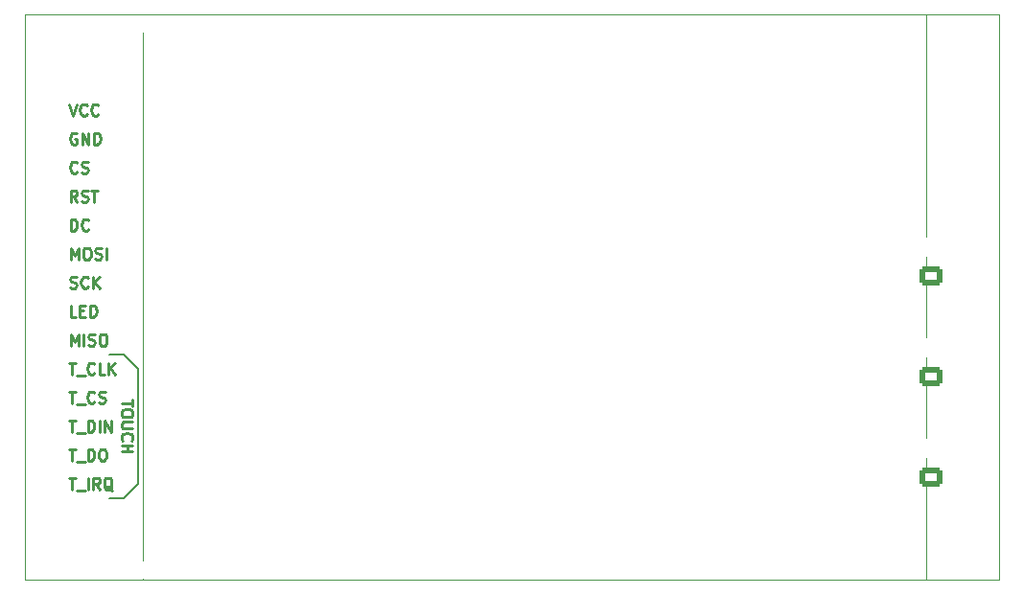
<source format=gbr>
G04 #@! TF.GenerationSoftware,KiCad,Pcbnew,(6.0.7)*
G04 #@! TF.CreationDate,2022-09-24T00:10:23+07:00*
G04 #@! TF.ProjectId,Reflow_Touch_shield_ESP32,5265666c-6f77-45f5-946f-7563685f7368,rev?*
G04 #@! TF.SameCoordinates,Original*
G04 #@! TF.FileFunction,Legend,Top*
G04 #@! TF.FilePolarity,Positive*
%FSLAX46Y46*%
G04 Gerber Fmt 4.6, Leading zero omitted, Abs format (unit mm)*
G04 Created by KiCad (PCBNEW (6.0.7)) date 2022-09-24 00:10:23*
%MOMM*%
%LPD*%
G01*
G04 APERTURE LIST*
G04 Aperture macros list*
%AMRoundRect*
0 Rectangle with rounded corners*
0 $1 Rounding radius*
0 $2 $3 $4 $5 $6 $7 $8 $9 X,Y pos of 4 corners*
0 Add a 4 corners polygon primitive as box body*
4,1,4,$2,$3,$4,$5,$6,$7,$8,$9,$2,$3,0*
0 Add four circle primitives for the rounded corners*
1,1,$1+$1,$2,$3*
1,1,$1+$1,$4,$5*
1,1,$1+$1,$6,$7*
1,1,$1+$1,$8,$9*
0 Add four rect primitives between the rounded corners*
20,1,$1+$1,$2,$3,$4,$5,0*
20,1,$1+$1,$4,$5,$6,$7,0*
20,1,$1+$1,$6,$7,$8,$9,0*
20,1,$1+$1,$8,$9,$2,$3,0*%
G04 Aperture macros list end*
%ADD10C,0.250000*%
%ADD11C,0.200000*%
%ADD12C,0.120000*%
%ADD13RoundRect,0.250000X0.750000X-0.600000X0.750000X0.600000X-0.750000X0.600000X-0.750000X-0.600000X0*%
%ADD14O,2.000000X1.700000*%
%ADD15R,1.600000X1.600000*%
%ADD16O,1.600000X1.600000*%
%ADD17R,2.600000X2.600000*%
%ADD18C,2.600000*%
%ADD19C,3.800000*%
%ADD20C,1.800000*%
G04 APERTURE END LIST*
D10*
X84887738Y-78802380D02*
X85459166Y-78802380D01*
X85173452Y-79802380D02*
X85173452Y-78802380D01*
X85554404Y-79897619D02*
X86316309Y-79897619D01*
X87125833Y-79707142D02*
X87078214Y-79754761D01*
X86935357Y-79802380D01*
X86840119Y-79802380D01*
X86697261Y-79754761D01*
X86602023Y-79659523D01*
X86554404Y-79564285D01*
X86506785Y-79373809D01*
X86506785Y-79230952D01*
X86554404Y-79040476D01*
X86602023Y-78945238D01*
X86697261Y-78850000D01*
X86840119Y-78802380D01*
X86935357Y-78802380D01*
X87078214Y-78850000D01*
X87125833Y-78897619D01*
X88030595Y-79802380D02*
X87554404Y-79802380D01*
X87554404Y-78802380D01*
X88363928Y-79802380D02*
X88363928Y-78802380D01*
X88935357Y-79802380D02*
X88506785Y-79230952D01*
X88935357Y-78802380D02*
X88363928Y-79373809D01*
X84887738Y-81342380D02*
X85459166Y-81342380D01*
X85173452Y-82342380D02*
X85173452Y-81342380D01*
X85554404Y-82437619D02*
X86316309Y-82437619D01*
X87125833Y-82247142D02*
X87078214Y-82294761D01*
X86935357Y-82342380D01*
X86840119Y-82342380D01*
X86697261Y-82294761D01*
X86602023Y-82199523D01*
X86554404Y-82104285D01*
X86506785Y-81913809D01*
X86506785Y-81770952D01*
X86554404Y-81580476D01*
X86602023Y-81485238D01*
X86697261Y-81390000D01*
X86840119Y-81342380D01*
X86935357Y-81342380D01*
X87078214Y-81390000D01*
X87125833Y-81437619D01*
X87506785Y-82294761D02*
X87649642Y-82342380D01*
X87887738Y-82342380D01*
X87982976Y-82294761D01*
X88030595Y-82247142D01*
X88078214Y-82151904D01*
X88078214Y-82056666D01*
X88030595Y-81961428D01*
X87982976Y-81913809D01*
X87887738Y-81866190D01*
X87697261Y-81818571D01*
X87602023Y-81770952D01*
X87554404Y-81723333D01*
X87506785Y-81628095D01*
X87506785Y-81532857D01*
X87554404Y-81437619D01*
X87602023Y-81390000D01*
X87697261Y-81342380D01*
X87935357Y-81342380D01*
X88078214Y-81390000D01*
X85030595Y-77262380D02*
X85030595Y-76262380D01*
X85363928Y-76976666D01*
X85697261Y-76262380D01*
X85697261Y-77262380D01*
X86173452Y-77262380D02*
X86173452Y-76262380D01*
X86602023Y-77214761D02*
X86744880Y-77262380D01*
X86982976Y-77262380D01*
X87078214Y-77214761D01*
X87125833Y-77167142D01*
X87173452Y-77071904D01*
X87173452Y-76976666D01*
X87125833Y-76881428D01*
X87078214Y-76833809D01*
X86982976Y-76786190D01*
X86792500Y-76738571D01*
X86697261Y-76690952D01*
X86649642Y-76643333D01*
X86602023Y-76548095D01*
X86602023Y-76452857D01*
X86649642Y-76357619D01*
X86697261Y-76310000D01*
X86792500Y-76262380D01*
X87030595Y-76262380D01*
X87173452Y-76310000D01*
X87792500Y-76262380D02*
X87982976Y-76262380D01*
X88078214Y-76310000D01*
X88173452Y-76405238D01*
X88221071Y-76595714D01*
X88221071Y-76929047D01*
X88173452Y-77119523D01*
X88078214Y-77214761D01*
X87982976Y-77262380D01*
X87792500Y-77262380D01*
X87697261Y-77214761D01*
X87602023Y-77119523D01*
X87554404Y-76929047D01*
X87554404Y-76595714D01*
X87602023Y-76405238D01*
X87697261Y-76310000D01*
X87792500Y-76262380D01*
X85554404Y-58530000D02*
X85459166Y-58482380D01*
X85316309Y-58482380D01*
X85173452Y-58530000D01*
X85078214Y-58625238D01*
X85030595Y-58720476D01*
X84982976Y-58910952D01*
X84982976Y-59053809D01*
X85030595Y-59244285D01*
X85078214Y-59339523D01*
X85173452Y-59434761D01*
X85316309Y-59482380D01*
X85411547Y-59482380D01*
X85554404Y-59434761D01*
X85602023Y-59387142D01*
X85602023Y-59053809D01*
X85411547Y-59053809D01*
X86030595Y-59482380D02*
X86030595Y-58482380D01*
X86602023Y-59482380D01*
X86602023Y-58482380D01*
X87078214Y-59482380D02*
X87078214Y-58482380D01*
X87316309Y-58482380D01*
X87459166Y-58530000D01*
X87554404Y-58625238D01*
X87602023Y-58720476D01*
X87649642Y-58910952D01*
X87649642Y-59053809D01*
X87602023Y-59244285D01*
X87554404Y-59339523D01*
X87459166Y-59434761D01*
X87316309Y-59482380D01*
X87078214Y-59482380D01*
X84982976Y-72134761D02*
X85125833Y-72182380D01*
X85363928Y-72182380D01*
X85459166Y-72134761D01*
X85506785Y-72087142D01*
X85554404Y-71991904D01*
X85554404Y-71896666D01*
X85506785Y-71801428D01*
X85459166Y-71753809D01*
X85363928Y-71706190D01*
X85173452Y-71658571D01*
X85078214Y-71610952D01*
X85030595Y-71563333D01*
X84982976Y-71468095D01*
X84982976Y-71372857D01*
X85030595Y-71277619D01*
X85078214Y-71230000D01*
X85173452Y-71182380D01*
X85411547Y-71182380D01*
X85554404Y-71230000D01*
X86554404Y-72087142D02*
X86506785Y-72134761D01*
X86363928Y-72182380D01*
X86268690Y-72182380D01*
X86125833Y-72134761D01*
X86030595Y-72039523D01*
X85982976Y-71944285D01*
X85935357Y-71753809D01*
X85935357Y-71610952D01*
X85982976Y-71420476D01*
X86030595Y-71325238D01*
X86125833Y-71230000D01*
X86268690Y-71182380D01*
X86363928Y-71182380D01*
X86506785Y-71230000D01*
X86554404Y-71277619D01*
X86982976Y-72182380D02*
X86982976Y-71182380D01*
X87554404Y-72182380D02*
X87125833Y-71610952D01*
X87554404Y-71182380D02*
X86982976Y-71753809D01*
X84887738Y-83882380D02*
X85459166Y-83882380D01*
X85173452Y-84882380D02*
X85173452Y-83882380D01*
X85554404Y-84977619D02*
X86316309Y-84977619D01*
X86554404Y-84882380D02*
X86554404Y-83882380D01*
X86792500Y-83882380D01*
X86935357Y-83930000D01*
X87030595Y-84025238D01*
X87078214Y-84120476D01*
X87125833Y-84310952D01*
X87125833Y-84453809D01*
X87078214Y-84644285D01*
X87030595Y-84739523D01*
X86935357Y-84834761D01*
X86792500Y-84882380D01*
X86554404Y-84882380D01*
X87554404Y-84882380D02*
X87554404Y-83882380D01*
X88030595Y-84882380D02*
X88030595Y-83882380D01*
X88602023Y-84882380D01*
X88602023Y-83882380D01*
X84887738Y-88962380D02*
X85459166Y-88962380D01*
X85173452Y-89962380D02*
X85173452Y-88962380D01*
X85554404Y-90057619D02*
X86316309Y-90057619D01*
X86554404Y-89962380D02*
X86554404Y-88962380D01*
X87602023Y-89962380D02*
X87268690Y-89486190D01*
X87030595Y-89962380D02*
X87030595Y-88962380D01*
X87411547Y-88962380D01*
X87506785Y-89010000D01*
X87554404Y-89057619D01*
X87602023Y-89152857D01*
X87602023Y-89295714D01*
X87554404Y-89390952D01*
X87506785Y-89438571D01*
X87411547Y-89486190D01*
X87030595Y-89486190D01*
X88697261Y-90057619D02*
X88602023Y-90010000D01*
X88506785Y-89914761D01*
X88363928Y-89771904D01*
X88268690Y-89724285D01*
X88173452Y-89724285D01*
X88221071Y-89962380D02*
X88125833Y-89914761D01*
X88030595Y-89819523D01*
X87982976Y-89629047D01*
X87982976Y-89295714D01*
X88030595Y-89105238D01*
X88125833Y-89010000D01*
X88221071Y-88962380D01*
X88411547Y-88962380D01*
X88506785Y-89010000D01*
X88602023Y-89105238D01*
X88649642Y-89295714D01*
X88649642Y-89629047D01*
X88602023Y-89819523D01*
X88506785Y-89914761D01*
X88411547Y-89962380D01*
X88221071Y-89962380D01*
X85030595Y-67102380D02*
X85030595Y-66102380D01*
X85268690Y-66102380D01*
X85411547Y-66150000D01*
X85506785Y-66245238D01*
X85554404Y-66340476D01*
X85602023Y-66530952D01*
X85602023Y-66673809D01*
X85554404Y-66864285D01*
X85506785Y-66959523D01*
X85411547Y-67054761D01*
X85268690Y-67102380D01*
X85030595Y-67102380D01*
X86602023Y-67007142D02*
X86554404Y-67054761D01*
X86411547Y-67102380D01*
X86316309Y-67102380D01*
X86173452Y-67054761D01*
X86078214Y-66959523D01*
X86030595Y-66864285D01*
X85982976Y-66673809D01*
X85982976Y-66530952D01*
X86030595Y-66340476D01*
X86078214Y-66245238D01*
X86173452Y-66150000D01*
X86316309Y-66102380D01*
X86411547Y-66102380D01*
X86554404Y-66150000D01*
X86602023Y-66197619D01*
X85030595Y-69642380D02*
X85030595Y-68642380D01*
X85363928Y-69356666D01*
X85697261Y-68642380D01*
X85697261Y-69642380D01*
X86363928Y-68642380D02*
X86554404Y-68642380D01*
X86649642Y-68690000D01*
X86744880Y-68785238D01*
X86792500Y-68975714D01*
X86792500Y-69309047D01*
X86744880Y-69499523D01*
X86649642Y-69594761D01*
X86554404Y-69642380D01*
X86363928Y-69642380D01*
X86268690Y-69594761D01*
X86173452Y-69499523D01*
X86125833Y-69309047D01*
X86125833Y-68975714D01*
X86173452Y-68785238D01*
X86268690Y-68690000D01*
X86363928Y-68642380D01*
X87173452Y-69594761D02*
X87316309Y-69642380D01*
X87554404Y-69642380D01*
X87649642Y-69594761D01*
X87697261Y-69547142D01*
X87744880Y-69451904D01*
X87744880Y-69356666D01*
X87697261Y-69261428D01*
X87649642Y-69213809D01*
X87554404Y-69166190D01*
X87363928Y-69118571D01*
X87268690Y-69070952D01*
X87221071Y-69023333D01*
X87173452Y-68928095D01*
X87173452Y-68832857D01*
X87221071Y-68737619D01*
X87268690Y-68690000D01*
X87363928Y-68642380D01*
X87602023Y-68642380D01*
X87744880Y-68690000D01*
X88173452Y-69642380D02*
X88173452Y-68642380D01*
X85602023Y-64562380D02*
X85268690Y-64086190D01*
X85030595Y-64562380D02*
X85030595Y-63562380D01*
X85411547Y-63562380D01*
X85506785Y-63610000D01*
X85554404Y-63657619D01*
X85602023Y-63752857D01*
X85602023Y-63895714D01*
X85554404Y-63990952D01*
X85506785Y-64038571D01*
X85411547Y-64086190D01*
X85030595Y-64086190D01*
X85982976Y-64514761D02*
X86125833Y-64562380D01*
X86363928Y-64562380D01*
X86459166Y-64514761D01*
X86506785Y-64467142D01*
X86554404Y-64371904D01*
X86554404Y-64276666D01*
X86506785Y-64181428D01*
X86459166Y-64133809D01*
X86363928Y-64086190D01*
X86173452Y-64038571D01*
X86078214Y-63990952D01*
X86030595Y-63943333D01*
X85982976Y-63848095D01*
X85982976Y-63752857D01*
X86030595Y-63657619D01*
X86078214Y-63610000D01*
X86173452Y-63562380D01*
X86411547Y-63562380D01*
X86554404Y-63610000D01*
X86840119Y-63562380D02*
X87411547Y-63562380D01*
X87125833Y-64562380D02*
X87125833Y-63562380D01*
X85602023Y-61927142D02*
X85554404Y-61974761D01*
X85411547Y-62022380D01*
X85316309Y-62022380D01*
X85173452Y-61974761D01*
X85078214Y-61879523D01*
X85030595Y-61784285D01*
X84982976Y-61593809D01*
X84982976Y-61450952D01*
X85030595Y-61260476D01*
X85078214Y-61165238D01*
X85173452Y-61070000D01*
X85316309Y-61022380D01*
X85411547Y-61022380D01*
X85554404Y-61070000D01*
X85602023Y-61117619D01*
X85982976Y-61974761D02*
X86125833Y-62022380D01*
X86363928Y-62022380D01*
X86459166Y-61974761D01*
X86506785Y-61927142D01*
X86554404Y-61831904D01*
X86554404Y-61736666D01*
X86506785Y-61641428D01*
X86459166Y-61593809D01*
X86363928Y-61546190D01*
X86173452Y-61498571D01*
X86078214Y-61450952D01*
X86030595Y-61403333D01*
X85982976Y-61308095D01*
X85982976Y-61212857D01*
X86030595Y-61117619D01*
X86078214Y-61070000D01*
X86173452Y-61022380D01*
X86411547Y-61022380D01*
X86554404Y-61070000D01*
X85506785Y-74722380D02*
X85030595Y-74722380D01*
X85030595Y-73722380D01*
X85840119Y-74198571D02*
X86173452Y-74198571D01*
X86316309Y-74722380D02*
X85840119Y-74722380D01*
X85840119Y-73722380D01*
X86316309Y-73722380D01*
X86744880Y-74722380D02*
X86744880Y-73722380D01*
X86982976Y-73722380D01*
X87125833Y-73770000D01*
X87221071Y-73865238D01*
X87268690Y-73960476D01*
X87316309Y-74150952D01*
X87316309Y-74293809D01*
X87268690Y-74484285D01*
X87221071Y-74579523D01*
X87125833Y-74674761D01*
X86982976Y-74722380D01*
X86744880Y-74722380D01*
X84887738Y-55942380D02*
X85221071Y-56942380D01*
X85554404Y-55942380D01*
X86459166Y-56847142D02*
X86411547Y-56894761D01*
X86268690Y-56942380D01*
X86173452Y-56942380D01*
X86030595Y-56894761D01*
X85935357Y-56799523D01*
X85887738Y-56704285D01*
X85840119Y-56513809D01*
X85840119Y-56370952D01*
X85887738Y-56180476D01*
X85935357Y-56085238D01*
X86030595Y-55990000D01*
X86173452Y-55942380D01*
X86268690Y-55942380D01*
X86411547Y-55990000D01*
X86459166Y-56037619D01*
X87459166Y-56847142D02*
X87411547Y-56894761D01*
X87268690Y-56942380D01*
X87173452Y-56942380D01*
X87030595Y-56894761D01*
X86935357Y-56799523D01*
X86887738Y-56704285D01*
X86840119Y-56513809D01*
X86840119Y-56370952D01*
X86887738Y-56180476D01*
X86935357Y-56085238D01*
X87030595Y-55990000D01*
X87173452Y-55942380D01*
X87268690Y-55942380D01*
X87411547Y-55990000D01*
X87459166Y-56037619D01*
X84887738Y-86422380D02*
X85459166Y-86422380D01*
X85173452Y-87422380D02*
X85173452Y-86422380D01*
X85554404Y-87517619D02*
X86316309Y-87517619D01*
X86554404Y-87422380D02*
X86554404Y-86422380D01*
X86792500Y-86422380D01*
X86935357Y-86470000D01*
X87030595Y-86565238D01*
X87078214Y-86660476D01*
X87125833Y-86850952D01*
X87125833Y-86993809D01*
X87078214Y-87184285D01*
X87030595Y-87279523D01*
X86935357Y-87374761D01*
X86792500Y-87422380D01*
X86554404Y-87422380D01*
X87744880Y-86422380D02*
X87935357Y-86422380D01*
X88030595Y-86470000D01*
X88125833Y-86565238D01*
X88173452Y-86755714D01*
X88173452Y-87089047D01*
X88125833Y-87279523D01*
X88030595Y-87374761D01*
X87935357Y-87422380D01*
X87744880Y-87422380D01*
X87649642Y-87374761D01*
X87554404Y-87279523D01*
X87506785Y-87089047D01*
X87506785Y-86755714D01*
X87554404Y-86565238D01*
X87649642Y-86470000D01*
X87744880Y-86422380D01*
X90511619Y-82072857D02*
X90511619Y-82644285D01*
X89511619Y-82358571D02*
X90511619Y-82358571D01*
X90511619Y-83168095D02*
X90511619Y-83358571D01*
X90464000Y-83453809D01*
X90368761Y-83549047D01*
X90178285Y-83596666D01*
X89844952Y-83596666D01*
X89654476Y-83549047D01*
X89559238Y-83453809D01*
X89511619Y-83358571D01*
X89511619Y-83168095D01*
X89559238Y-83072857D01*
X89654476Y-82977619D01*
X89844952Y-82930000D01*
X90178285Y-82930000D01*
X90368761Y-82977619D01*
X90464000Y-83072857D01*
X90511619Y-83168095D01*
X90511619Y-84025238D02*
X89702095Y-84025238D01*
X89606857Y-84072857D01*
X89559238Y-84120476D01*
X89511619Y-84215714D01*
X89511619Y-84406190D01*
X89559238Y-84501428D01*
X89606857Y-84549047D01*
X89702095Y-84596666D01*
X90511619Y-84596666D01*
X89606857Y-85644285D02*
X89559238Y-85596666D01*
X89511619Y-85453809D01*
X89511619Y-85358571D01*
X89559238Y-85215714D01*
X89654476Y-85120476D01*
X89749714Y-85072857D01*
X89940190Y-85025238D01*
X90083047Y-85025238D01*
X90273523Y-85072857D01*
X90368761Y-85120476D01*
X90464000Y-85215714D01*
X90511619Y-85358571D01*
X90511619Y-85453809D01*
X90464000Y-85596666D01*
X90416380Y-85644285D01*
X89511619Y-86072857D02*
X90511619Y-86072857D01*
X90035428Y-86072857D02*
X90035428Y-86644285D01*
X89511619Y-86644285D02*
X90511619Y-86644285D01*
D11*
X89710000Y-90780000D02*
X88440000Y-90780000D01*
X89710000Y-78080000D02*
X90980000Y-79350000D01*
D12*
X160600000Y-48000000D02*
X160600000Y-98000000D01*
X91400000Y-48000000D02*
X91400000Y-98000000D01*
D11*
X90980000Y-79350000D02*
X90980000Y-89510000D01*
X90980000Y-89510000D02*
X89710000Y-90780000D01*
X88440000Y-78080000D02*
X89710000Y-78080000D01*
D12*
X81000000Y-98000000D02*
X167000000Y-98000000D01*
X167000000Y-98000000D02*
X167000000Y-48000000D01*
X167000000Y-48000000D02*
X81000000Y-48000000D01*
X81000000Y-48000000D02*
X81000000Y-98000000D01*
%LPC*%
D13*
X161036000Y-88860000D03*
D14*
X161036000Y-86360000D03*
X161036000Y-77470000D03*
D13*
X161036000Y-79970000D03*
D14*
X161036000Y-68580000D03*
D13*
X161036000Y-71080000D03*
D15*
X126873000Y-48870000D03*
D16*
X124333000Y-48870000D03*
X121793000Y-48870000D03*
X119253000Y-48870000D03*
X116713000Y-48870000D03*
X114173000Y-48870000D03*
X111633000Y-48870000D03*
X109093000Y-48870000D03*
X104013000Y-48870000D03*
X101473000Y-48870000D03*
X98933000Y-48870000D03*
X96393000Y-48870000D03*
X93853000Y-48870000D03*
X91313000Y-48870000D03*
X91313000Y-97130000D03*
X93853000Y-97130000D03*
X96393000Y-97130000D03*
X98933000Y-97130000D03*
X101473000Y-97130000D03*
X104013000Y-97130000D03*
X106553000Y-97130000D03*
X109093000Y-97130000D03*
X113153000Y-97130000D03*
X115693000Y-97130000D03*
X118233000Y-97130000D03*
X120773000Y-97130000D03*
X123313000Y-97130000D03*
X125853000Y-97130000D03*
X128393000Y-97130000D03*
X130933000Y-97130000D03*
X133473000Y-97130000D03*
X136013000Y-97130000D03*
D17*
X162865000Y-56743600D03*
D18*
X162865000Y-61823600D03*
D19*
X87920000Y-95000000D03*
X164000000Y-51000000D03*
X87920000Y-51000000D03*
X164000000Y-95000000D03*
D20*
X83000000Y-56490000D03*
X83000000Y-59030000D03*
X83000000Y-61570000D03*
X83000000Y-64110000D03*
X83000000Y-66650000D03*
X83000000Y-69190000D03*
X83000000Y-71730000D03*
X83000000Y-74270000D03*
X83000000Y-76810000D03*
X83000000Y-79350000D03*
X83000000Y-81890000D03*
X83000000Y-84430000D03*
X83000000Y-86970000D03*
X83000000Y-89510000D03*
M02*

</source>
